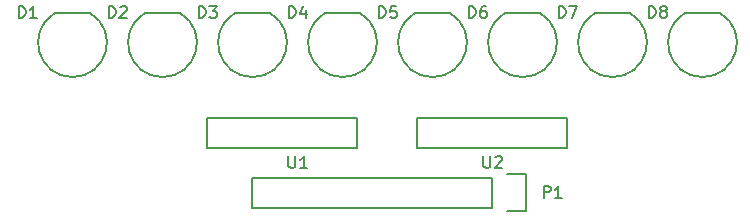
<source format=gbr>
G04 #@! TF.FileFunction,Legend,Top*
%FSLAX46Y46*%
G04 Gerber Fmt 4.6, Leading zero omitted, Abs format (unit mm)*
G04 Created by KiCad (PCBNEW 4.0.2+dfsg1-stable) date dom 10 sep 2017 20:45:57 CEST*
%MOMM*%
G01*
G04 APERTURE LIST*
%ADD10C,0.100000*%
%ADD11C,0.150000*%
G04 APERTURE END LIST*
D10*
D11*
X175005096Y-86415112D02*
G75*
G03X178030000Y-86400000I1524904J-2484888D01*
G01*
X175030000Y-86400000D02*
X178030000Y-86400000D01*
X165100000Y-97790000D02*
X152400000Y-97790000D01*
X152400000Y-97790000D02*
X152400000Y-95250000D01*
X152400000Y-95250000D02*
X165100000Y-95250000D01*
X165100000Y-95250000D02*
X165100000Y-97790000D01*
X134620000Y-95250000D02*
X147320000Y-95250000D01*
X147320000Y-95250000D02*
X147320000Y-97790000D01*
X147320000Y-97790000D02*
X134620000Y-97790000D01*
X134620000Y-97790000D02*
X134620000Y-95250000D01*
X167385096Y-86415112D02*
G75*
G03X170410000Y-86400000I1524904J-2484888D01*
G01*
X167410000Y-86400000D02*
X170410000Y-86400000D01*
X159765096Y-86415112D02*
G75*
G03X162790000Y-86400000I1524904J-2484888D01*
G01*
X159790000Y-86400000D02*
X162790000Y-86400000D01*
X152145096Y-86415112D02*
G75*
G03X155170000Y-86400000I1524904J-2484888D01*
G01*
X152170000Y-86400000D02*
X155170000Y-86400000D01*
X144525096Y-86415112D02*
G75*
G03X147550000Y-86400000I1524904J-2484888D01*
G01*
X144550000Y-86400000D02*
X147550000Y-86400000D01*
X136905096Y-86415112D02*
G75*
G03X139930000Y-86400000I1524904J-2484888D01*
G01*
X136930000Y-86400000D02*
X139930000Y-86400000D01*
X121665096Y-86415112D02*
G75*
G03X124690000Y-86400000I1524904J-2484888D01*
G01*
X121690000Y-86400000D02*
X124690000Y-86400000D01*
X129285096Y-86415112D02*
G75*
G03X132310000Y-86400000I1524904J-2484888D01*
G01*
X129310000Y-86400000D02*
X132310000Y-86400000D01*
X158750000Y-102870000D02*
X138430000Y-102870000D01*
X138430000Y-102870000D02*
X138430000Y-100330000D01*
X138430000Y-100330000D02*
X158750000Y-100330000D01*
X161570000Y-103150000D02*
X160020000Y-103150000D01*
X158750000Y-102870000D02*
X158750000Y-100330000D01*
X160020000Y-100050000D02*
X161570000Y-100050000D01*
X161570000Y-100050000D02*
X161570000Y-103150000D01*
X171981905Y-86812381D02*
X171981905Y-85812381D01*
X172220000Y-85812381D01*
X172362858Y-85860000D01*
X172458096Y-85955238D01*
X172505715Y-86050476D01*
X172553334Y-86240952D01*
X172553334Y-86383810D01*
X172505715Y-86574286D01*
X172458096Y-86669524D01*
X172362858Y-86764762D01*
X172220000Y-86812381D01*
X171981905Y-86812381D01*
X173124762Y-86240952D02*
X173029524Y-86193333D01*
X172981905Y-86145714D01*
X172934286Y-86050476D01*
X172934286Y-86002857D01*
X172981905Y-85907619D01*
X173029524Y-85860000D01*
X173124762Y-85812381D01*
X173315239Y-85812381D01*
X173410477Y-85860000D01*
X173458096Y-85907619D01*
X173505715Y-86002857D01*
X173505715Y-86050476D01*
X173458096Y-86145714D01*
X173410477Y-86193333D01*
X173315239Y-86240952D01*
X173124762Y-86240952D01*
X173029524Y-86288571D01*
X172981905Y-86336190D01*
X172934286Y-86431429D01*
X172934286Y-86621905D01*
X172981905Y-86717143D01*
X173029524Y-86764762D01*
X173124762Y-86812381D01*
X173315239Y-86812381D01*
X173410477Y-86764762D01*
X173458096Y-86717143D01*
X173505715Y-86621905D01*
X173505715Y-86431429D01*
X173458096Y-86336190D01*
X173410477Y-86288571D01*
X173315239Y-86240952D01*
X157988095Y-98512381D02*
X157988095Y-99321905D01*
X158035714Y-99417143D01*
X158083333Y-99464762D01*
X158178571Y-99512381D01*
X158369048Y-99512381D01*
X158464286Y-99464762D01*
X158511905Y-99417143D01*
X158559524Y-99321905D01*
X158559524Y-98512381D01*
X158988095Y-98607619D02*
X159035714Y-98560000D01*
X159130952Y-98512381D01*
X159369048Y-98512381D01*
X159464286Y-98560000D01*
X159511905Y-98607619D01*
X159559524Y-98702857D01*
X159559524Y-98798095D01*
X159511905Y-98940952D01*
X158940476Y-99512381D01*
X159559524Y-99512381D01*
X141478095Y-98512381D02*
X141478095Y-99321905D01*
X141525714Y-99417143D01*
X141573333Y-99464762D01*
X141668571Y-99512381D01*
X141859048Y-99512381D01*
X141954286Y-99464762D01*
X142001905Y-99417143D01*
X142049524Y-99321905D01*
X142049524Y-98512381D01*
X143049524Y-99512381D02*
X142478095Y-99512381D01*
X142763809Y-99512381D02*
X142763809Y-98512381D01*
X142668571Y-98655238D01*
X142573333Y-98750476D01*
X142478095Y-98798095D01*
X164361905Y-86812381D02*
X164361905Y-85812381D01*
X164600000Y-85812381D01*
X164742858Y-85860000D01*
X164838096Y-85955238D01*
X164885715Y-86050476D01*
X164933334Y-86240952D01*
X164933334Y-86383810D01*
X164885715Y-86574286D01*
X164838096Y-86669524D01*
X164742858Y-86764762D01*
X164600000Y-86812381D01*
X164361905Y-86812381D01*
X165266667Y-85812381D02*
X165933334Y-85812381D01*
X165504762Y-86812381D01*
X156741905Y-86812381D02*
X156741905Y-85812381D01*
X156980000Y-85812381D01*
X157122858Y-85860000D01*
X157218096Y-85955238D01*
X157265715Y-86050476D01*
X157313334Y-86240952D01*
X157313334Y-86383810D01*
X157265715Y-86574286D01*
X157218096Y-86669524D01*
X157122858Y-86764762D01*
X156980000Y-86812381D01*
X156741905Y-86812381D01*
X158170477Y-85812381D02*
X157980000Y-85812381D01*
X157884762Y-85860000D01*
X157837143Y-85907619D01*
X157741905Y-86050476D01*
X157694286Y-86240952D01*
X157694286Y-86621905D01*
X157741905Y-86717143D01*
X157789524Y-86764762D01*
X157884762Y-86812381D01*
X158075239Y-86812381D01*
X158170477Y-86764762D01*
X158218096Y-86717143D01*
X158265715Y-86621905D01*
X158265715Y-86383810D01*
X158218096Y-86288571D01*
X158170477Y-86240952D01*
X158075239Y-86193333D01*
X157884762Y-86193333D01*
X157789524Y-86240952D01*
X157741905Y-86288571D01*
X157694286Y-86383810D01*
X149121905Y-86812381D02*
X149121905Y-85812381D01*
X149360000Y-85812381D01*
X149502858Y-85860000D01*
X149598096Y-85955238D01*
X149645715Y-86050476D01*
X149693334Y-86240952D01*
X149693334Y-86383810D01*
X149645715Y-86574286D01*
X149598096Y-86669524D01*
X149502858Y-86764762D01*
X149360000Y-86812381D01*
X149121905Y-86812381D01*
X150598096Y-85812381D02*
X150121905Y-85812381D01*
X150074286Y-86288571D01*
X150121905Y-86240952D01*
X150217143Y-86193333D01*
X150455239Y-86193333D01*
X150550477Y-86240952D01*
X150598096Y-86288571D01*
X150645715Y-86383810D01*
X150645715Y-86621905D01*
X150598096Y-86717143D01*
X150550477Y-86764762D01*
X150455239Y-86812381D01*
X150217143Y-86812381D01*
X150121905Y-86764762D01*
X150074286Y-86717143D01*
X141501905Y-86812381D02*
X141501905Y-85812381D01*
X141740000Y-85812381D01*
X141882858Y-85860000D01*
X141978096Y-85955238D01*
X142025715Y-86050476D01*
X142073334Y-86240952D01*
X142073334Y-86383810D01*
X142025715Y-86574286D01*
X141978096Y-86669524D01*
X141882858Y-86764762D01*
X141740000Y-86812381D01*
X141501905Y-86812381D01*
X142930477Y-86145714D02*
X142930477Y-86812381D01*
X142692381Y-85764762D02*
X142454286Y-86479048D01*
X143073334Y-86479048D01*
X133881905Y-86812381D02*
X133881905Y-85812381D01*
X134120000Y-85812381D01*
X134262858Y-85860000D01*
X134358096Y-85955238D01*
X134405715Y-86050476D01*
X134453334Y-86240952D01*
X134453334Y-86383810D01*
X134405715Y-86574286D01*
X134358096Y-86669524D01*
X134262858Y-86764762D01*
X134120000Y-86812381D01*
X133881905Y-86812381D01*
X134786667Y-85812381D02*
X135405715Y-85812381D01*
X135072381Y-86193333D01*
X135215239Y-86193333D01*
X135310477Y-86240952D01*
X135358096Y-86288571D01*
X135405715Y-86383810D01*
X135405715Y-86621905D01*
X135358096Y-86717143D01*
X135310477Y-86764762D01*
X135215239Y-86812381D01*
X134929524Y-86812381D01*
X134834286Y-86764762D01*
X134786667Y-86717143D01*
X118641905Y-86812381D02*
X118641905Y-85812381D01*
X118880000Y-85812381D01*
X119022858Y-85860000D01*
X119118096Y-85955238D01*
X119165715Y-86050476D01*
X119213334Y-86240952D01*
X119213334Y-86383810D01*
X119165715Y-86574286D01*
X119118096Y-86669524D01*
X119022858Y-86764762D01*
X118880000Y-86812381D01*
X118641905Y-86812381D01*
X120165715Y-86812381D02*
X119594286Y-86812381D01*
X119880000Y-86812381D02*
X119880000Y-85812381D01*
X119784762Y-85955238D01*
X119689524Y-86050476D01*
X119594286Y-86098095D01*
X126261905Y-86812381D02*
X126261905Y-85812381D01*
X126500000Y-85812381D01*
X126642858Y-85860000D01*
X126738096Y-85955238D01*
X126785715Y-86050476D01*
X126833334Y-86240952D01*
X126833334Y-86383810D01*
X126785715Y-86574286D01*
X126738096Y-86669524D01*
X126642858Y-86764762D01*
X126500000Y-86812381D01*
X126261905Y-86812381D01*
X127214286Y-85907619D02*
X127261905Y-85860000D01*
X127357143Y-85812381D01*
X127595239Y-85812381D01*
X127690477Y-85860000D01*
X127738096Y-85907619D01*
X127785715Y-86002857D01*
X127785715Y-86098095D01*
X127738096Y-86240952D01*
X127166667Y-86812381D01*
X127785715Y-86812381D01*
X163091905Y-102052381D02*
X163091905Y-101052381D01*
X163472858Y-101052381D01*
X163568096Y-101100000D01*
X163615715Y-101147619D01*
X163663334Y-101242857D01*
X163663334Y-101385714D01*
X163615715Y-101480952D01*
X163568096Y-101528571D01*
X163472858Y-101576190D01*
X163091905Y-101576190D01*
X164615715Y-102052381D02*
X164044286Y-102052381D01*
X164330000Y-102052381D02*
X164330000Y-101052381D01*
X164234762Y-101195238D01*
X164139524Y-101290476D01*
X164044286Y-101338095D01*
M02*

</source>
